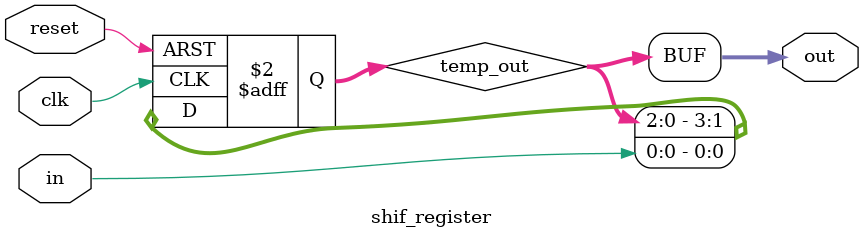
<source format=sv>
`timescale 1ns / 1ps

module shif_register(
  input logic clk,
  input logic reset,
  input logic in,
  output logic [3:0] out
);
    reg [3:0] temp_out;

    always @(posedge clk or posedge reset) begin
        if (reset) begin
            temp_out <= 4'b0000;
        end else begin
            temp_out[0] <= in;
            temp_out[1] <= temp_out[0];
            temp_out[2] <= temp_out[1];
            temp_out[3] <= temp_out[2];
        end
    end

    assign out = temp_out;

endmodule

</source>
